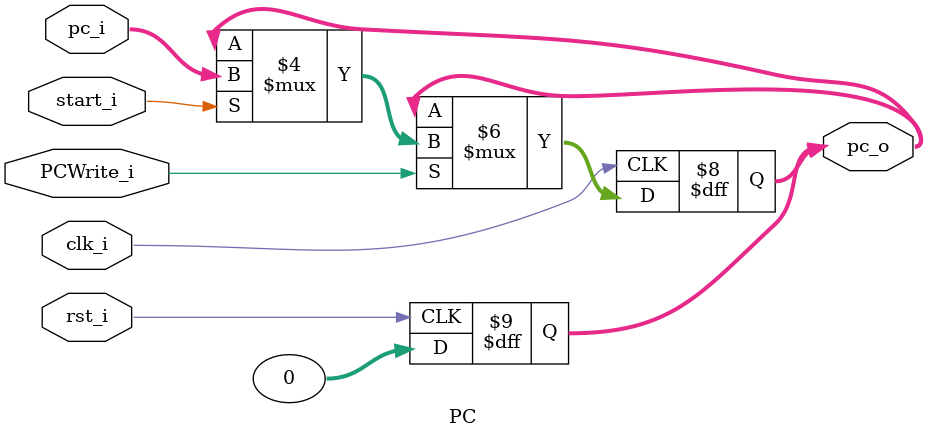
<source format=v>
module PC
(
    clk_i,
    rst_i,
    start_i,
    PCWrite_i,
    pc_i,
    pc_o
);

// Ports
input               clk_i;
input               rst_i;
input               start_i;
input               PCWrite_i;
input   [31:0]      pc_i;
output  [31:0]      pc_o;

// Wires & Registers
reg     [31:0]      pc_o;

always@(negedge rst_i)begin
    pc_o <= 32'd0;
end

always@(posedge clk_i) begin
    if (PCWrite_i) begin
        if(start_i)
            pc_o <= pc_i;
        else
            pc_o <= pc_o;
    end
end

endmodule

</source>
